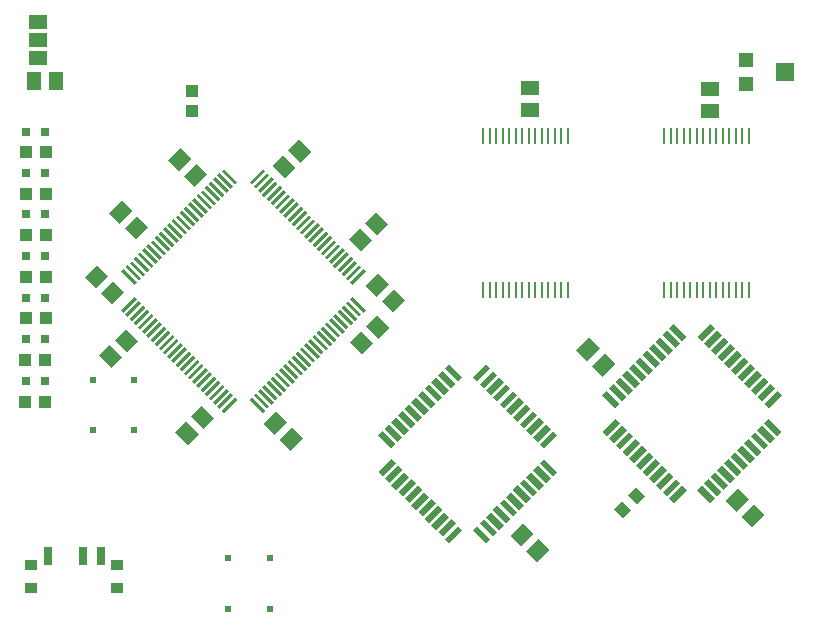
<source format=gbr>
G04 EAGLE Gerber RS-274X export*
G75*
%MOMM*%
%FSLAX34Y34*%
%LPD*%
%INSolderpaste Top*%
%IPPOS*%
%AMOC8*
5,1,8,0,0,1.08239X$1,22.5*%
G01*
%ADD10R,0.600000X0.600000*%
%ADD11R,0.990600X0.812800*%
%ADD12R,0.711200X1.498600*%
%ADD13R,1.300000X1.500000*%
%ADD14R,0.280000X1.336400*%
%ADD15R,1.558800X0.547100*%
%ADD16R,1.100000X1.000000*%
%ADD17R,0.800000X0.750000*%
%ADD18R,1.000000X1.100000*%
%ADD19R,1.600200X1.168400*%
%ADD20R,1.600000X1.500000*%
%ADD21R,1.200000X1.200000*%
%ADD22R,1.599800X0.280000*%
%ADD23R,1.500000X1.300000*%


D10*
X108900Y213550D03*
X108900Y171050D03*
X73900Y171050D03*
X73900Y213550D03*
D11*
X94449Y36721D03*
X94449Y56279D03*
D12*
X80606Y63899D03*
X65620Y63899D03*
X35648Y63899D03*
D11*
X21551Y56279D03*
X21551Y36721D03*
D13*
G36*
X111425Y351981D02*
X120617Y342789D01*
X110011Y332183D01*
X100819Y341375D01*
X111425Y351981D01*
G37*
G36*
X97989Y365417D02*
X107181Y356225D01*
X96575Y345619D01*
X87383Y354811D01*
X97989Y365417D01*
G37*
G36*
X161425Y396481D02*
X170617Y387289D01*
X160011Y376683D01*
X150819Y385875D01*
X161425Y396481D01*
G37*
G36*
X147989Y409917D02*
X157181Y400725D01*
X146575Y390119D01*
X137383Y399311D01*
X147989Y409917D01*
G37*
D14*
X629140Y419394D03*
X623640Y419394D03*
X618140Y419394D03*
X612640Y419394D03*
X607140Y419394D03*
X601640Y419394D03*
X596140Y419394D03*
X590640Y419394D03*
X585140Y419394D03*
X579640Y419394D03*
X574140Y419394D03*
X568640Y419394D03*
X563140Y419394D03*
X557640Y419394D03*
X557640Y289606D03*
X563140Y289606D03*
X568640Y289606D03*
X574140Y289606D03*
X579640Y289606D03*
X585140Y289606D03*
X590640Y289606D03*
X596140Y289606D03*
X601640Y289606D03*
X607140Y289606D03*
X612640Y289606D03*
X618140Y289606D03*
X623640Y289606D03*
X629140Y289606D03*
X475750Y419394D03*
X470250Y419394D03*
X464750Y419394D03*
X459250Y419394D03*
X453750Y419394D03*
X448250Y419394D03*
X442750Y419394D03*
X437250Y419394D03*
X431750Y419394D03*
X426250Y419394D03*
X420750Y419394D03*
X415250Y419394D03*
X409750Y419394D03*
X404250Y419394D03*
X404250Y289606D03*
X409750Y289606D03*
X415250Y289606D03*
X420750Y289606D03*
X426250Y289606D03*
X431750Y289606D03*
X437250Y289606D03*
X442750Y289606D03*
X448250Y289606D03*
X453750Y289606D03*
X459250Y289606D03*
X464750Y289606D03*
X470250Y289606D03*
X475750Y289606D03*
D15*
G36*
X330009Y142710D02*
X318987Y131688D01*
X315119Y135556D01*
X326141Y146578D01*
X330009Y142710D01*
G37*
G36*
X335666Y137053D02*
X324644Y126031D01*
X320776Y129899D01*
X331798Y140921D01*
X335666Y137053D01*
G37*
G36*
X341323Y131396D02*
X330301Y120374D01*
X326433Y124242D01*
X337455Y135264D01*
X341323Y131396D01*
G37*
G36*
X346980Y125739D02*
X335958Y114717D01*
X332090Y118585D01*
X343112Y129607D01*
X346980Y125739D01*
G37*
G36*
X352637Y120082D02*
X341615Y109060D01*
X337747Y112928D01*
X348769Y123950D01*
X352637Y120082D01*
G37*
G36*
X358293Y114425D02*
X347271Y103403D01*
X343403Y107271D01*
X354425Y118293D01*
X358293Y114425D01*
G37*
G36*
X363950Y108769D02*
X352928Y97747D01*
X349060Y101615D01*
X360082Y112637D01*
X363950Y108769D01*
G37*
G36*
X369607Y103112D02*
X358585Y92090D01*
X354717Y95958D01*
X365739Y106980D01*
X369607Y103112D01*
G37*
G36*
X375264Y97455D02*
X364242Y86433D01*
X360374Y90301D01*
X371396Y101323D01*
X375264Y97455D01*
G37*
G36*
X380921Y91798D02*
X369899Y80776D01*
X366031Y84644D01*
X377053Y95666D01*
X380921Y91798D01*
G37*
G36*
X386578Y86141D02*
X375556Y75119D01*
X371688Y78987D01*
X382710Y90009D01*
X386578Y86141D01*
G37*
G36*
X399290Y90009D02*
X410312Y78987D01*
X406444Y75119D01*
X395422Y86141D01*
X399290Y90009D01*
G37*
G36*
X404947Y95666D02*
X415969Y84644D01*
X412101Y80776D01*
X401079Y91798D01*
X404947Y95666D01*
G37*
G36*
X410604Y101323D02*
X421626Y90301D01*
X417758Y86433D01*
X406736Y97455D01*
X410604Y101323D01*
G37*
G36*
X416261Y106980D02*
X427283Y95958D01*
X423415Y92090D01*
X412393Y103112D01*
X416261Y106980D01*
G37*
G36*
X421918Y112637D02*
X432940Y101615D01*
X429072Y97747D01*
X418050Y108769D01*
X421918Y112637D01*
G37*
G36*
X427575Y118293D02*
X438597Y107271D01*
X434729Y103403D01*
X423707Y114425D01*
X427575Y118293D01*
G37*
G36*
X433231Y123950D02*
X444253Y112928D01*
X440385Y109060D01*
X429363Y120082D01*
X433231Y123950D01*
G37*
G36*
X438888Y129607D02*
X449910Y118585D01*
X446042Y114717D01*
X435020Y125739D01*
X438888Y129607D01*
G37*
G36*
X444545Y135264D02*
X455567Y124242D01*
X451699Y120374D01*
X440677Y131396D01*
X444545Y135264D01*
G37*
G36*
X450202Y140921D02*
X461224Y129899D01*
X457356Y126031D01*
X446334Y137053D01*
X450202Y140921D01*
G37*
G36*
X455859Y146578D02*
X466881Y135556D01*
X463013Y131688D01*
X451991Y142710D01*
X455859Y146578D01*
G37*
G36*
X466881Y166444D02*
X455859Y155422D01*
X451991Y159290D01*
X463013Y170312D01*
X466881Y166444D01*
G37*
G36*
X461224Y172101D02*
X450202Y161079D01*
X446334Y164947D01*
X457356Y175969D01*
X461224Y172101D01*
G37*
G36*
X455567Y177758D02*
X444545Y166736D01*
X440677Y170604D01*
X451699Y181626D01*
X455567Y177758D01*
G37*
G36*
X449910Y183415D02*
X438888Y172393D01*
X435020Y176261D01*
X446042Y187283D01*
X449910Y183415D01*
G37*
G36*
X444253Y189072D02*
X433231Y178050D01*
X429363Y181918D01*
X440385Y192940D01*
X444253Y189072D01*
G37*
G36*
X438597Y194729D02*
X427575Y183707D01*
X423707Y187575D01*
X434729Y198597D01*
X438597Y194729D01*
G37*
G36*
X432940Y200385D02*
X421918Y189363D01*
X418050Y193231D01*
X429072Y204253D01*
X432940Y200385D01*
G37*
G36*
X427283Y206042D02*
X416261Y195020D01*
X412393Y198888D01*
X423415Y209910D01*
X427283Y206042D01*
G37*
G36*
X421626Y211699D02*
X410604Y200677D01*
X406736Y204545D01*
X417758Y215567D01*
X421626Y211699D01*
G37*
G36*
X415969Y217356D02*
X404947Y206334D01*
X401079Y210202D01*
X412101Y221224D01*
X415969Y217356D01*
G37*
G36*
X410312Y223013D02*
X399290Y211991D01*
X395422Y215859D01*
X406444Y226881D01*
X410312Y223013D01*
G37*
G36*
X375556Y226881D02*
X386578Y215859D01*
X382710Y211991D01*
X371688Y223013D01*
X375556Y226881D01*
G37*
G36*
X369899Y221224D02*
X380921Y210202D01*
X377053Y206334D01*
X366031Y217356D01*
X369899Y221224D01*
G37*
G36*
X364242Y215567D02*
X375264Y204545D01*
X371396Y200677D01*
X360374Y211699D01*
X364242Y215567D01*
G37*
G36*
X358585Y209910D02*
X369607Y198888D01*
X365739Y195020D01*
X354717Y206042D01*
X358585Y209910D01*
G37*
G36*
X352928Y204253D02*
X363950Y193231D01*
X360082Y189363D01*
X349060Y200385D01*
X352928Y204253D01*
G37*
G36*
X347271Y198597D02*
X358293Y187575D01*
X354425Y183707D01*
X343403Y194729D01*
X347271Y198597D01*
G37*
G36*
X341615Y192940D02*
X352637Y181918D01*
X348769Y178050D01*
X337747Y189072D01*
X341615Y192940D01*
G37*
G36*
X335958Y187283D02*
X346980Y176261D01*
X343112Y172393D01*
X332090Y183415D01*
X335958Y187283D01*
G37*
G36*
X330301Y181626D02*
X341323Y170604D01*
X337455Y166736D01*
X326433Y177758D01*
X330301Y181626D01*
G37*
G36*
X324644Y175969D02*
X335666Y164947D01*
X331798Y161079D01*
X320776Y172101D01*
X324644Y175969D01*
G37*
G36*
X318987Y170312D02*
X330009Y159290D01*
X326141Y155422D01*
X315119Y166444D01*
X318987Y170312D01*
G37*
G36*
X589290Y124009D02*
X600312Y112987D01*
X596444Y109119D01*
X585422Y120141D01*
X589290Y124009D01*
G37*
G36*
X594947Y129666D02*
X605969Y118644D01*
X602101Y114776D01*
X591079Y125798D01*
X594947Y129666D01*
G37*
G36*
X600604Y135323D02*
X611626Y124301D01*
X607758Y120433D01*
X596736Y131455D01*
X600604Y135323D01*
G37*
G36*
X606261Y140980D02*
X617283Y129958D01*
X613415Y126090D01*
X602393Y137112D01*
X606261Y140980D01*
G37*
G36*
X611918Y146637D02*
X622940Y135615D01*
X619072Y131747D01*
X608050Y142769D01*
X611918Y146637D01*
G37*
G36*
X617575Y152293D02*
X628597Y141271D01*
X624729Y137403D01*
X613707Y148425D01*
X617575Y152293D01*
G37*
G36*
X623231Y157950D02*
X634253Y146928D01*
X630385Y143060D01*
X619363Y154082D01*
X623231Y157950D01*
G37*
G36*
X628888Y163607D02*
X639910Y152585D01*
X636042Y148717D01*
X625020Y159739D01*
X628888Y163607D01*
G37*
G36*
X634545Y169264D02*
X645567Y158242D01*
X641699Y154374D01*
X630677Y165396D01*
X634545Y169264D01*
G37*
G36*
X640202Y174921D02*
X651224Y163899D01*
X647356Y160031D01*
X636334Y171053D01*
X640202Y174921D01*
G37*
G36*
X645859Y180578D02*
X656881Y169556D01*
X653013Y165688D01*
X641991Y176710D01*
X645859Y180578D01*
G37*
G36*
X641991Y193290D02*
X653013Y204312D01*
X656881Y200444D01*
X645859Y189422D01*
X641991Y193290D01*
G37*
G36*
X636334Y198947D02*
X647356Y209969D01*
X651224Y206101D01*
X640202Y195079D01*
X636334Y198947D01*
G37*
G36*
X630677Y204604D02*
X641699Y215626D01*
X645567Y211758D01*
X634545Y200736D01*
X630677Y204604D01*
G37*
G36*
X625020Y210261D02*
X636042Y221283D01*
X639910Y217415D01*
X628888Y206393D01*
X625020Y210261D01*
G37*
G36*
X619363Y215918D02*
X630385Y226940D01*
X634253Y223072D01*
X623231Y212050D01*
X619363Y215918D01*
G37*
G36*
X613707Y221575D02*
X624729Y232597D01*
X628597Y228729D01*
X617575Y217707D01*
X613707Y221575D01*
G37*
G36*
X608050Y227231D02*
X619072Y238253D01*
X622940Y234385D01*
X611918Y223363D01*
X608050Y227231D01*
G37*
G36*
X602393Y232888D02*
X613415Y243910D01*
X617283Y240042D01*
X606261Y229020D01*
X602393Y232888D01*
G37*
G36*
X596736Y238545D02*
X607758Y249567D01*
X611626Y245699D01*
X600604Y234677D01*
X596736Y238545D01*
G37*
G36*
X591079Y244202D02*
X602101Y255224D01*
X605969Y251356D01*
X594947Y240334D01*
X591079Y244202D01*
G37*
G36*
X585422Y249859D02*
X596444Y260881D01*
X600312Y257013D01*
X589290Y245991D01*
X585422Y249859D01*
G37*
G36*
X565556Y260881D02*
X576578Y249859D01*
X572710Y245991D01*
X561688Y257013D01*
X565556Y260881D01*
G37*
G36*
X559899Y255224D02*
X570921Y244202D01*
X567053Y240334D01*
X556031Y251356D01*
X559899Y255224D01*
G37*
G36*
X554242Y249567D02*
X565264Y238545D01*
X561396Y234677D01*
X550374Y245699D01*
X554242Y249567D01*
G37*
G36*
X548585Y243910D02*
X559607Y232888D01*
X555739Y229020D01*
X544717Y240042D01*
X548585Y243910D01*
G37*
G36*
X542928Y238253D02*
X553950Y227231D01*
X550082Y223363D01*
X539060Y234385D01*
X542928Y238253D01*
G37*
G36*
X537271Y232597D02*
X548293Y221575D01*
X544425Y217707D01*
X533403Y228729D01*
X537271Y232597D01*
G37*
G36*
X531615Y226940D02*
X542637Y215918D01*
X538769Y212050D01*
X527747Y223072D01*
X531615Y226940D01*
G37*
G36*
X525958Y221283D02*
X536980Y210261D01*
X533112Y206393D01*
X522090Y217415D01*
X525958Y221283D01*
G37*
G36*
X520301Y215626D02*
X531323Y204604D01*
X527455Y200736D01*
X516433Y211758D01*
X520301Y215626D01*
G37*
G36*
X514644Y209969D02*
X525666Y198947D01*
X521798Y195079D01*
X510776Y206101D01*
X514644Y209969D01*
G37*
G36*
X508987Y204312D02*
X520009Y193290D01*
X516141Y189422D01*
X505119Y200444D01*
X508987Y204312D01*
G37*
G36*
X505119Y169556D02*
X516141Y180578D01*
X520009Y176710D01*
X508987Y165688D01*
X505119Y169556D01*
G37*
G36*
X510776Y163899D02*
X521798Y174921D01*
X525666Y171053D01*
X514644Y160031D01*
X510776Y163899D01*
G37*
G36*
X516433Y158242D02*
X527455Y169264D01*
X531323Y165396D01*
X520301Y154374D01*
X516433Y158242D01*
G37*
G36*
X522090Y152585D02*
X533112Y163607D01*
X536980Y159739D01*
X525958Y148717D01*
X522090Y152585D01*
G37*
G36*
X527747Y146928D02*
X538769Y157950D01*
X542637Y154082D01*
X531615Y143060D01*
X527747Y146928D01*
G37*
G36*
X533403Y141271D02*
X544425Y152293D01*
X548293Y148425D01*
X537271Y137403D01*
X533403Y141271D01*
G37*
G36*
X539060Y135615D02*
X550082Y146637D01*
X553950Y142769D01*
X542928Y131747D01*
X539060Y135615D01*
G37*
G36*
X544717Y129958D02*
X555739Y140980D01*
X559607Y137112D01*
X548585Y126090D01*
X544717Y129958D01*
G37*
G36*
X550374Y124301D02*
X561396Y135323D01*
X565264Y131455D01*
X554242Y120433D01*
X550374Y124301D01*
G37*
G36*
X556031Y118644D02*
X567053Y129666D01*
X570921Y125798D01*
X559899Y114776D01*
X556031Y118644D01*
G37*
G36*
X561688Y112987D02*
X572710Y124009D01*
X576578Y120141D01*
X565556Y109119D01*
X561688Y112987D01*
G37*
D10*
X223500Y62250D03*
X223500Y19750D03*
X188500Y19750D03*
X188500Y62250D03*
D16*
X157500Y441000D03*
X157500Y458000D03*
D17*
X33000Y212500D03*
X17000Y212500D03*
X33500Y248000D03*
X17500Y248000D03*
X33500Y353500D03*
X17500Y353500D03*
X33500Y318500D03*
X17500Y318500D03*
X33500Y283000D03*
X17500Y283000D03*
X33500Y388500D03*
X17500Y388500D03*
X33500Y423500D03*
X17500Y423500D03*
D18*
X17000Y406000D03*
X34000Y406000D03*
X17000Y371000D03*
X34000Y371000D03*
X16500Y195000D03*
X33500Y195000D03*
X16500Y230214D03*
X33500Y230214D03*
X17000Y265500D03*
X34000Y265500D03*
X17000Y300619D03*
X34000Y300619D03*
X17000Y336095D03*
X34000Y336095D03*
G36*
X526586Y115863D02*
X533657Y122934D01*
X541434Y115157D01*
X534363Y108086D01*
X526586Y115863D01*
G37*
G36*
X514566Y103843D02*
X521637Y110914D01*
X529414Y103137D01*
X522343Y96066D01*
X514566Y103843D01*
G37*
D19*
X27500Y516740D03*
X27500Y501500D03*
X27500Y486260D03*
D20*
X660000Y474000D03*
D21*
X626750Y484000D03*
X626750Y464000D03*
D13*
G36*
X245301Y393075D02*
X236109Y383883D01*
X225503Y394489D01*
X234695Y403681D01*
X245301Y393075D01*
G37*
G36*
X258736Y406511D02*
X249544Y397319D01*
X238938Y407925D01*
X248130Y417117D01*
X258736Y406511D01*
G37*
G36*
X310181Y331575D02*
X300989Y322383D01*
X290383Y332989D01*
X299575Y342181D01*
X310181Y331575D01*
G37*
G36*
X323617Y345011D02*
X314425Y335819D01*
X303819Y346425D01*
X313011Y355617D01*
X323617Y345011D01*
G37*
G36*
X92319Y247425D02*
X101511Y256617D01*
X112117Y246011D01*
X102925Y236819D01*
X92319Y247425D01*
G37*
G36*
X78883Y233989D02*
X88075Y243181D01*
X98681Y232575D01*
X89489Y223383D01*
X78883Y233989D01*
G37*
G36*
X156819Y182425D02*
X166011Y191617D01*
X176617Y181011D01*
X167425Y171819D01*
X156819Y182425D01*
G37*
G36*
X143383Y168989D02*
X152575Y178181D01*
X163181Y167575D01*
X153989Y158383D01*
X143383Y168989D01*
G37*
X42500Y466000D03*
X23500Y466000D03*
D22*
G36*
X111071Y281563D02*
X99759Y270251D01*
X97779Y272231D01*
X109091Y283543D01*
X111071Y281563D01*
G37*
G36*
X114607Y278028D02*
X103295Y266716D01*
X101315Y268696D01*
X112627Y280008D01*
X114607Y278028D01*
G37*
G36*
X118142Y274492D02*
X106830Y263180D01*
X104850Y265160D01*
X116162Y276472D01*
X118142Y274492D01*
G37*
G36*
X121678Y270956D02*
X110366Y259644D01*
X108386Y261624D01*
X119698Y272936D01*
X121678Y270956D01*
G37*
G36*
X125213Y267421D02*
X113901Y256109D01*
X111921Y258089D01*
X123233Y269401D01*
X125213Y267421D01*
G37*
G36*
X128749Y263885D02*
X117437Y252573D01*
X115457Y254553D01*
X126769Y265865D01*
X128749Y263885D01*
G37*
G36*
X132284Y260350D02*
X120972Y249038D01*
X118992Y251018D01*
X130304Y262330D01*
X132284Y260350D01*
G37*
G36*
X135820Y256814D02*
X124508Y245502D01*
X122528Y247482D01*
X133840Y258794D01*
X135820Y256814D01*
G37*
G36*
X139355Y253279D02*
X128043Y241967D01*
X126063Y243947D01*
X137375Y255259D01*
X139355Y253279D01*
G37*
G36*
X142891Y249743D02*
X131579Y238431D01*
X129599Y240411D01*
X140911Y251723D01*
X142891Y249743D01*
G37*
G36*
X146427Y246208D02*
X135115Y234896D01*
X133135Y236876D01*
X144447Y248188D01*
X146427Y246208D01*
G37*
G36*
X149962Y242672D02*
X138650Y231360D01*
X136670Y233340D01*
X147982Y244652D01*
X149962Y242672D01*
G37*
G36*
X153498Y239137D02*
X142186Y227825D01*
X140206Y229805D01*
X151518Y241117D01*
X153498Y239137D01*
G37*
G36*
X157033Y235601D02*
X145721Y224289D01*
X143741Y226269D01*
X155053Y237581D01*
X157033Y235601D01*
G37*
G36*
X160569Y232066D02*
X149257Y220754D01*
X147277Y222734D01*
X158589Y234046D01*
X160569Y232066D01*
G37*
G36*
X164104Y228530D02*
X152792Y217218D01*
X150812Y219198D01*
X162124Y230510D01*
X164104Y228530D01*
G37*
G36*
X167640Y224995D02*
X156328Y213683D01*
X154348Y215663D01*
X165660Y226975D01*
X167640Y224995D01*
G37*
G36*
X171175Y221459D02*
X159863Y210147D01*
X157883Y212127D01*
X169195Y223439D01*
X171175Y221459D01*
G37*
G36*
X174711Y217923D02*
X163399Y206611D01*
X161419Y208591D01*
X172731Y219903D01*
X174711Y217923D01*
G37*
G36*
X178246Y214388D02*
X166934Y203076D01*
X164954Y205056D01*
X176266Y216368D01*
X178246Y214388D01*
G37*
G36*
X181782Y210852D02*
X170470Y199540D01*
X168490Y201520D01*
X179802Y212832D01*
X181782Y210852D01*
G37*
G36*
X185317Y207317D02*
X174005Y196005D01*
X172025Y197985D01*
X183337Y209297D01*
X185317Y207317D01*
G37*
G36*
X188853Y203781D02*
X177541Y192469D01*
X175561Y194449D01*
X186873Y205761D01*
X188853Y203781D01*
G37*
G36*
X192388Y200246D02*
X181076Y188934D01*
X179096Y190914D01*
X190408Y202226D01*
X192388Y200246D01*
G37*
G36*
X195924Y196710D02*
X184612Y185398D01*
X182632Y187378D01*
X193944Y198690D01*
X195924Y196710D01*
G37*
G36*
X208389Y198690D02*
X219701Y187378D01*
X217721Y185398D01*
X206409Y196710D01*
X208389Y198690D01*
G37*
G36*
X211925Y202226D02*
X223237Y190914D01*
X221257Y188934D01*
X209945Y200246D01*
X211925Y202226D01*
G37*
G36*
X215460Y205761D02*
X226772Y194449D01*
X224792Y192469D01*
X213480Y203781D01*
X215460Y205761D01*
G37*
G36*
X218996Y209297D02*
X230308Y197985D01*
X228328Y196005D01*
X217016Y207317D01*
X218996Y209297D01*
G37*
G36*
X222531Y212832D02*
X233843Y201520D01*
X231863Y199540D01*
X220551Y210852D01*
X222531Y212832D01*
G37*
G36*
X226067Y216368D02*
X237379Y205056D01*
X235399Y203076D01*
X224087Y214388D01*
X226067Y216368D01*
G37*
G36*
X229602Y219903D02*
X240914Y208591D01*
X238934Y206611D01*
X227622Y217923D01*
X229602Y219903D01*
G37*
G36*
X233138Y223439D02*
X244450Y212127D01*
X242470Y210147D01*
X231158Y221459D01*
X233138Y223439D01*
G37*
G36*
X236673Y226975D02*
X247985Y215663D01*
X246005Y213683D01*
X234693Y224995D01*
X236673Y226975D01*
G37*
G36*
X240209Y230510D02*
X251521Y219198D01*
X249541Y217218D01*
X238229Y228530D01*
X240209Y230510D01*
G37*
G36*
X243745Y234046D02*
X255057Y222734D01*
X253077Y220754D01*
X241765Y232066D01*
X243745Y234046D01*
G37*
G36*
X247280Y237581D02*
X258592Y226269D01*
X256612Y224289D01*
X245300Y235601D01*
X247280Y237581D01*
G37*
G36*
X250816Y241117D02*
X262128Y229805D01*
X260148Y227825D01*
X248836Y239137D01*
X250816Y241117D01*
G37*
G36*
X254351Y244652D02*
X265663Y233340D01*
X263683Y231360D01*
X252371Y242672D01*
X254351Y244652D01*
G37*
G36*
X257887Y248188D02*
X269199Y236876D01*
X267219Y234896D01*
X255907Y246208D01*
X257887Y248188D01*
G37*
G36*
X261422Y251723D02*
X272734Y240411D01*
X270754Y238431D01*
X259442Y249743D01*
X261422Y251723D01*
G37*
G36*
X264958Y255259D02*
X276270Y243947D01*
X274290Y241967D01*
X262978Y253279D01*
X264958Y255259D01*
G37*
G36*
X268493Y258794D02*
X279805Y247482D01*
X277825Y245502D01*
X266513Y256814D01*
X268493Y258794D01*
G37*
G36*
X272029Y262330D02*
X283341Y251018D01*
X281361Y249038D01*
X270049Y260350D01*
X272029Y262330D01*
G37*
G36*
X275564Y265865D02*
X286876Y254553D01*
X284896Y252573D01*
X273584Y263885D01*
X275564Y265865D01*
G37*
G36*
X279100Y269401D02*
X290412Y258089D01*
X288432Y256109D01*
X277120Y267421D01*
X279100Y269401D01*
G37*
G36*
X282635Y272936D02*
X293947Y261624D01*
X291967Y259644D01*
X280655Y270956D01*
X282635Y272936D01*
G37*
G36*
X286171Y276472D02*
X297483Y265160D01*
X295503Y263180D01*
X284191Y274492D01*
X286171Y276472D01*
G37*
G36*
X289706Y280008D02*
X301018Y268696D01*
X299038Y266716D01*
X287726Y278028D01*
X289706Y280008D01*
G37*
G36*
X293242Y283543D02*
X304554Y272231D01*
X302574Y270251D01*
X291262Y281563D01*
X293242Y283543D01*
G37*
G36*
X304554Y305340D02*
X293242Y294028D01*
X291262Y296008D01*
X302574Y307320D01*
X304554Y305340D01*
G37*
G36*
X301018Y308876D02*
X289706Y297564D01*
X287726Y299544D01*
X299038Y310856D01*
X301018Y308876D01*
G37*
G36*
X297483Y312411D02*
X286171Y301099D01*
X284191Y303079D01*
X295503Y314391D01*
X297483Y312411D01*
G37*
G36*
X293947Y315947D02*
X282635Y304635D01*
X280655Y306615D01*
X291967Y317927D01*
X293947Y315947D01*
G37*
G36*
X290412Y319482D02*
X279100Y308170D01*
X277120Y310150D01*
X288432Y321462D01*
X290412Y319482D01*
G37*
G36*
X286876Y323018D02*
X275564Y311706D01*
X273584Y313686D01*
X284896Y324998D01*
X286876Y323018D01*
G37*
G36*
X283341Y326553D02*
X272029Y315241D01*
X270049Y317221D01*
X281361Y328533D01*
X283341Y326553D01*
G37*
G36*
X279805Y330089D02*
X268493Y318777D01*
X266513Y320757D01*
X277825Y332069D01*
X279805Y330089D01*
G37*
G36*
X276270Y333625D02*
X264958Y322313D01*
X262978Y324293D01*
X274290Y335605D01*
X276270Y333625D01*
G37*
G36*
X272734Y337160D02*
X261422Y325848D01*
X259442Y327828D01*
X270754Y339140D01*
X272734Y337160D01*
G37*
G36*
X269199Y340696D02*
X257887Y329384D01*
X255907Y331364D01*
X267219Y342676D01*
X269199Y340696D01*
G37*
G36*
X265663Y344231D02*
X254351Y332919D01*
X252371Y334899D01*
X263683Y346211D01*
X265663Y344231D01*
G37*
G36*
X262128Y347767D02*
X250816Y336455D01*
X248836Y338435D01*
X260148Y349747D01*
X262128Y347767D01*
G37*
G36*
X258592Y351302D02*
X247280Y339990D01*
X245300Y341970D01*
X256612Y353282D01*
X258592Y351302D01*
G37*
G36*
X255057Y354838D02*
X243745Y343526D01*
X241765Y345506D01*
X253077Y356818D01*
X255057Y354838D01*
G37*
G36*
X251521Y358373D02*
X240209Y347061D01*
X238229Y349041D01*
X249541Y360353D01*
X251521Y358373D01*
G37*
G36*
X247985Y361909D02*
X236673Y350597D01*
X234693Y352577D01*
X246005Y363889D01*
X247985Y361909D01*
G37*
G36*
X244450Y365444D02*
X233138Y354132D01*
X231158Y356112D01*
X242470Y367424D01*
X244450Y365444D01*
G37*
G36*
X240914Y368980D02*
X229602Y357668D01*
X227622Y359648D01*
X238934Y370960D01*
X240914Y368980D01*
G37*
G36*
X237379Y372515D02*
X226067Y361203D01*
X224087Y363183D01*
X235399Y374495D01*
X237379Y372515D01*
G37*
G36*
X233843Y376051D02*
X222531Y364739D01*
X220551Y366719D01*
X231863Y378031D01*
X233843Y376051D01*
G37*
G36*
X230308Y379586D02*
X218996Y368274D01*
X217016Y370254D01*
X228328Y381566D01*
X230308Y379586D01*
G37*
G36*
X226772Y383122D02*
X215460Y371810D01*
X213480Y373790D01*
X224792Y385102D01*
X226772Y383122D01*
G37*
G36*
X223237Y386658D02*
X211925Y375346D01*
X209945Y377326D01*
X221257Y388638D01*
X223237Y386658D01*
G37*
G36*
X219701Y390193D02*
X208389Y378881D01*
X206409Y380861D01*
X217721Y392173D01*
X219701Y390193D01*
G37*
G36*
X184612Y392173D02*
X195924Y380861D01*
X193944Y378881D01*
X182632Y390193D01*
X184612Y392173D01*
G37*
G36*
X181076Y388638D02*
X192388Y377326D01*
X190408Y375346D01*
X179096Y386658D01*
X181076Y388638D01*
G37*
G36*
X177541Y385102D02*
X188853Y373790D01*
X186873Y371810D01*
X175561Y383122D01*
X177541Y385102D01*
G37*
G36*
X174005Y381566D02*
X185317Y370254D01*
X183337Y368274D01*
X172025Y379586D01*
X174005Y381566D01*
G37*
G36*
X170470Y378031D02*
X181782Y366719D01*
X179802Y364739D01*
X168490Y376051D01*
X170470Y378031D01*
G37*
G36*
X166934Y374495D02*
X178246Y363183D01*
X176266Y361203D01*
X164954Y372515D01*
X166934Y374495D01*
G37*
G36*
X163399Y370960D02*
X174711Y359648D01*
X172731Y357668D01*
X161419Y368980D01*
X163399Y370960D01*
G37*
G36*
X159863Y367424D02*
X171175Y356112D01*
X169195Y354132D01*
X157883Y365444D01*
X159863Y367424D01*
G37*
G36*
X156328Y363889D02*
X167640Y352577D01*
X165660Y350597D01*
X154348Y361909D01*
X156328Y363889D01*
G37*
G36*
X152792Y360353D02*
X164104Y349041D01*
X162124Y347061D01*
X150812Y358373D01*
X152792Y360353D01*
G37*
G36*
X149257Y356818D02*
X160569Y345506D01*
X158589Y343526D01*
X147277Y354838D01*
X149257Y356818D01*
G37*
G36*
X145721Y353282D02*
X157033Y341970D01*
X155053Y339990D01*
X143741Y351302D01*
X145721Y353282D01*
G37*
G36*
X142186Y349747D02*
X153498Y338435D01*
X151518Y336455D01*
X140206Y347767D01*
X142186Y349747D01*
G37*
G36*
X138650Y346211D02*
X149962Y334899D01*
X147982Y332919D01*
X136670Y344231D01*
X138650Y346211D01*
G37*
G36*
X135115Y342676D02*
X146427Y331364D01*
X144447Y329384D01*
X133135Y340696D01*
X135115Y342676D01*
G37*
G36*
X131579Y339140D02*
X142891Y327828D01*
X140911Y325848D01*
X129599Y337160D01*
X131579Y339140D01*
G37*
G36*
X128043Y335605D02*
X139355Y324293D01*
X137375Y322313D01*
X126063Y333625D01*
X128043Y335605D01*
G37*
G36*
X124508Y332069D02*
X135820Y320757D01*
X133840Y318777D01*
X122528Y330089D01*
X124508Y332069D01*
G37*
G36*
X120972Y328533D02*
X132284Y317221D01*
X130304Y315241D01*
X118992Y326553D01*
X120972Y328533D01*
G37*
G36*
X117437Y324998D02*
X128749Y313686D01*
X126769Y311706D01*
X115457Y323018D01*
X117437Y324998D01*
G37*
G36*
X113901Y321462D02*
X125213Y310150D01*
X123233Y308170D01*
X111921Y319482D01*
X113901Y321462D01*
G37*
G36*
X110366Y317927D02*
X121678Y306615D01*
X119698Y304635D01*
X108386Y315947D01*
X110366Y317927D01*
G37*
G36*
X106830Y314391D02*
X118142Y303079D01*
X116162Y301099D01*
X104850Y312411D01*
X106830Y314391D01*
G37*
G36*
X103295Y310856D02*
X114607Y299544D01*
X112627Y297564D01*
X101315Y308876D01*
X103295Y310856D01*
G37*
G36*
X99759Y307320D02*
X111071Y296008D01*
X109091Y294028D01*
X97779Y305340D01*
X99759Y307320D01*
G37*
D13*
G36*
X227575Y166819D02*
X218383Y176011D01*
X228989Y186617D01*
X238181Y177425D01*
X227575Y166819D01*
G37*
G36*
X241011Y153383D02*
X231819Y162575D01*
X242425Y173181D01*
X251617Y163989D01*
X241011Y153383D01*
G37*
G36*
X311181Y244075D02*
X301989Y234883D01*
X291383Y245489D01*
X300575Y254681D01*
X311181Y244075D01*
G37*
G36*
X324617Y257511D02*
X315425Y248319D01*
X304819Y258925D01*
X314011Y268117D01*
X324617Y257511D01*
G37*
G36*
X314075Y283819D02*
X304883Y293011D01*
X315489Y303617D01*
X324681Y294425D01*
X314075Y283819D01*
G37*
G36*
X327511Y270383D02*
X318319Y279575D01*
X328925Y290181D01*
X338117Y280989D01*
X327511Y270383D01*
G37*
G36*
X90925Y297181D02*
X100117Y287989D01*
X89511Y277383D01*
X80319Y286575D01*
X90925Y297181D01*
G37*
G36*
X77489Y310617D02*
X86681Y301425D01*
X76075Y290819D01*
X66883Y300011D01*
X77489Y310617D01*
G37*
G36*
X436575Y72319D02*
X427383Y81511D01*
X437989Y92117D01*
X447181Y82925D01*
X436575Y72319D01*
G37*
G36*
X450011Y58883D02*
X440819Y68075D01*
X451425Y78681D01*
X460617Y69489D01*
X450011Y58883D01*
G37*
G36*
X506925Y235681D02*
X516117Y226489D01*
X505511Y215883D01*
X496319Y225075D01*
X506925Y235681D01*
G37*
G36*
X493489Y249117D02*
X502681Y239925D01*
X492075Y229319D01*
X482883Y238511D01*
X493489Y249117D01*
G37*
G36*
X618575Y101819D02*
X609383Y111011D01*
X619989Y121617D01*
X629181Y112425D01*
X618575Y101819D01*
G37*
G36*
X632011Y88383D02*
X622819Y97575D01*
X633425Y108181D01*
X642617Y98989D01*
X632011Y88383D01*
G37*
D23*
X596500Y441000D03*
X596500Y460000D03*
X444000Y441500D03*
X444000Y460500D03*
M02*

</source>
